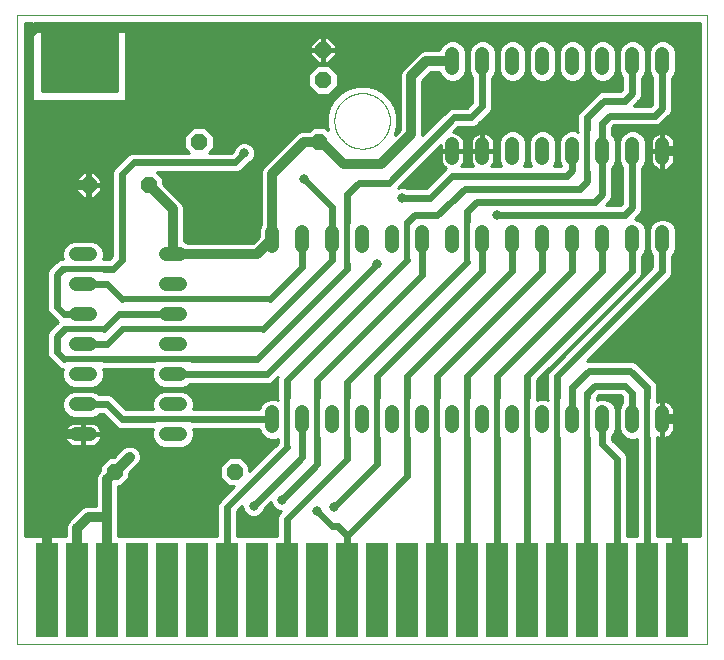
<source format=gtl>
G75*
%MOIN*%
%OFA0B0*%
%FSLAX24Y24*%
%IPPOS*%
%LPD*%
%AMOC8*
5,1,8,0,0,1.08239X$1,22.5*
%
%ADD10C,0.0000*%
%ADD11OC8,0.0560*%
%ADD12C,0.0480*%
%ADD13R,0.0748X0.3150*%
%ADD14C,0.0320*%
%ADD15C,0.0100*%
%ADD16C,0.0317*%
%ADD17C,0.0240*%
%ADD18C,0.0200*%
D10*
X000100Y000100D02*
X000100Y021060D01*
X023100Y021060D01*
X023100Y000100D01*
X000100Y000100D01*
X010671Y017547D02*
X010673Y017607D01*
X010679Y017668D01*
X010689Y017727D01*
X010703Y017786D01*
X010720Y017844D01*
X010741Y017901D01*
X010766Y017956D01*
X010795Y018009D01*
X010827Y018061D01*
X010862Y018110D01*
X010901Y018157D01*
X010942Y018201D01*
X010986Y018242D01*
X011033Y018281D01*
X011082Y018316D01*
X011133Y018348D01*
X011187Y018377D01*
X011242Y018402D01*
X011299Y018423D01*
X011357Y018440D01*
X011416Y018454D01*
X011475Y018464D01*
X011536Y018470D01*
X011596Y018472D01*
X011656Y018470D01*
X011717Y018464D01*
X011776Y018454D01*
X011835Y018440D01*
X011893Y018423D01*
X011950Y018402D01*
X012005Y018377D01*
X012058Y018348D01*
X012110Y018316D01*
X012159Y018281D01*
X012206Y018242D01*
X012250Y018201D01*
X012291Y018157D01*
X012330Y018110D01*
X012365Y018061D01*
X012397Y018010D01*
X012426Y017956D01*
X012451Y017901D01*
X012472Y017844D01*
X012489Y017786D01*
X012503Y017727D01*
X012513Y017668D01*
X012519Y017607D01*
X012521Y017547D01*
X012519Y017487D01*
X012513Y017426D01*
X012503Y017367D01*
X012489Y017308D01*
X012472Y017250D01*
X012451Y017193D01*
X012426Y017138D01*
X012397Y017085D01*
X012365Y017033D01*
X012330Y016984D01*
X012291Y016937D01*
X012250Y016893D01*
X012206Y016852D01*
X012159Y016813D01*
X012110Y016778D01*
X012059Y016746D01*
X012005Y016717D01*
X011950Y016692D01*
X011893Y016671D01*
X011835Y016654D01*
X011776Y016640D01*
X011717Y016630D01*
X011656Y016624D01*
X011596Y016622D01*
X011536Y016624D01*
X011475Y016630D01*
X011416Y016640D01*
X011357Y016654D01*
X011299Y016671D01*
X011242Y016692D01*
X011187Y016717D01*
X011134Y016746D01*
X011082Y016778D01*
X011033Y016813D01*
X010986Y016852D01*
X010942Y016893D01*
X010901Y016937D01*
X010862Y016984D01*
X010827Y017033D01*
X010795Y017084D01*
X010766Y017138D01*
X010741Y017193D01*
X010720Y017250D01*
X010703Y017308D01*
X010689Y017367D01*
X010679Y017426D01*
X010673Y017487D01*
X010671Y017547D01*
D11*
X010163Y016850D03*
X010288Y018913D03*
X010288Y019913D03*
X006163Y016850D03*
X004475Y015413D03*
X002475Y015413D03*
X003350Y005850D03*
X007350Y005850D03*
D12*
X008600Y007360D02*
X008600Y007840D01*
X009600Y007840D02*
X009600Y007360D01*
X010600Y007360D02*
X010600Y007840D01*
X011600Y007840D02*
X011600Y007360D01*
X012600Y007360D02*
X012600Y007840D01*
X013600Y007840D02*
X013600Y007360D01*
X014600Y007360D02*
X014600Y007840D01*
X015600Y007840D02*
X015600Y007360D01*
X016600Y007360D02*
X016600Y007840D01*
X017600Y007840D02*
X017600Y007360D01*
X018600Y007360D02*
X018600Y007840D01*
X019600Y007840D02*
X019600Y007360D01*
X020600Y007360D02*
X020600Y007840D01*
X021600Y007840D02*
X021600Y007360D01*
X021600Y013360D02*
X021600Y013840D01*
X020600Y013840D02*
X020600Y013360D01*
X019600Y013360D02*
X019600Y013840D01*
X018600Y013840D02*
X018600Y013360D01*
X017600Y013360D02*
X017600Y013840D01*
X016600Y013840D02*
X016600Y013360D01*
X015600Y013360D02*
X015600Y013840D01*
X014600Y013840D02*
X014600Y013360D01*
X013600Y013360D02*
X013600Y013840D01*
X012600Y013840D02*
X012600Y013360D01*
X011600Y013360D02*
X011600Y013840D01*
X010600Y013840D02*
X010600Y013360D01*
X009600Y013360D02*
X009600Y013840D01*
X008600Y013840D02*
X008600Y013360D01*
X005528Y013100D02*
X005048Y013100D01*
X005048Y012100D02*
X005528Y012100D01*
X005528Y011100D02*
X005048Y011100D01*
X005048Y010100D02*
X005528Y010100D01*
X005528Y009100D02*
X005048Y009100D01*
X005048Y008100D02*
X005528Y008100D01*
X005528Y007100D02*
X005048Y007100D01*
X002528Y007100D02*
X002048Y007100D01*
X002048Y008100D02*
X002528Y008100D01*
X002528Y009100D02*
X002048Y009100D01*
X002048Y010100D02*
X002528Y010100D01*
X002528Y011100D02*
X002048Y011100D01*
X002048Y012100D02*
X002528Y012100D01*
X002528Y013100D02*
X002048Y013100D01*
X014600Y016298D02*
X014600Y016778D01*
X015600Y016778D02*
X015600Y016298D01*
X016600Y016298D02*
X016600Y016778D01*
X017600Y016778D02*
X017600Y016298D01*
X018600Y016298D02*
X018600Y016778D01*
X019600Y016778D02*
X019600Y016298D01*
X020600Y016298D02*
X020600Y016778D01*
X021600Y016778D02*
X021600Y016298D01*
X021600Y019298D02*
X021600Y019778D01*
X020600Y019778D02*
X020600Y019298D01*
X019600Y019298D02*
X019600Y019778D01*
X018600Y019778D02*
X018600Y019298D01*
X017600Y019298D02*
X017600Y019778D01*
X016600Y019778D02*
X016600Y019298D01*
X015600Y019298D02*
X015600Y019778D01*
X014600Y019778D02*
X014600Y019298D01*
D13*
X014100Y001913D03*
X013100Y001913D03*
X012100Y001913D03*
X011100Y001913D03*
X010100Y001913D03*
X009100Y001913D03*
X008100Y001913D03*
X007100Y001913D03*
X006100Y001913D03*
X005100Y001913D03*
X004100Y001913D03*
X003100Y001913D03*
X002100Y001913D03*
X001100Y001913D03*
X015100Y001913D03*
X016100Y001913D03*
X017100Y001913D03*
X018100Y001913D03*
X019100Y001913D03*
X020100Y001913D03*
X021100Y001913D03*
X022100Y001913D03*
D14*
X022100Y003850D01*
X022725Y004475D01*
X022725Y007350D01*
X022475Y007600D01*
X021600Y007600D01*
X022725Y007350D02*
X022725Y016350D01*
X022538Y016538D01*
X021600Y016538D01*
X022725Y016350D02*
X022725Y020413D01*
X022475Y020663D01*
X000725Y020663D01*
X000475Y020413D01*
X000475Y015163D01*
X000725Y015413D01*
X002475Y015413D01*
X000475Y015163D02*
X000475Y006788D01*
X000788Y007100D01*
X002288Y007100D01*
X003350Y005850D02*
X003850Y006350D01*
X003350Y005850D02*
X003100Y005600D01*
X003100Y004350D01*
X002475Y004350D01*
X002100Y003975D01*
X002100Y001913D01*
X003100Y001913D02*
X003100Y004350D01*
X001100Y003850D02*
X000475Y004475D01*
X000475Y006788D01*
X001100Y003850D02*
X001100Y001913D01*
X005288Y013100D02*
X005288Y014600D01*
X004475Y015413D01*
X005288Y013100D02*
X008100Y013100D01*
X008600Y013600D01*
X008600Y015788D01*
X009663Y016850D01*
X010163Y016850D01*
X010225Y016850D01*
X010975Y016100D01*
X012225Y016100D01*
X013225Y017100D01*
X013225Y019038D01*
X013725Y019538D01*
X014600Y019538D01*
D15*
X015050Y019505D02*
X015150Y019505D01*
X015150Y019603D02*
X015050Y019603D01*
X015050Y019702D02*
X015150Y019702D01*
X015150Y019800D02*
X015050Y019800D01*
X015050Y019867D02*
X014981Y020032D01*
X014855Y020159D01*
X014690Y020227D01*
X014510Y020227D01*
X014345Y020159D01*
X014219Y020032D01*
X014167Y019907D01*
X013651Y019907D01*
X013515Y019851D01*
X012911Y019247D01*
X012855Y019111D01*
X012855Y017253D01*
X012686Y017084D01*
X012691Y017093D01*
X012771Y017392D01*
X012771Y017702D01*
X012691Y018000D01*
X012536Y018268D01*
X012318Y018487D01*
X012050Y018642D01*
X011751Y018722D01*
X011441Y018722D01*
X011142Y018642D01*
X010874Y018487D01*
X010656Y018268D01*
X010501Y018000D01*
X010421Y017702D01*
X010421Y017392D01*
X010460Y017245D01*
X010365Y017340D01*
X009960Y017340D01*
X009840Y017220D01*
X009589Y017220D01*
X009453Y017164D01*
X009349Y017060D01*
X008286Y015997D01*
X008230Y015861D01*
X008230Y014106D01*
X008219Y014095D01*
X008150Y013930D01*
X008150Y013673D01*
X007947Y013470D01*
X005794Y013470D01*
X005782Y013481D01*
X005657Y013533D01*
X005657Y014674D01*
X005601Y014810D01*
X005497Y014914D01*
X004965Y015446D01*
X004965Y015615D01*
X004748Y015833D01*
X007416Y015833D01*
X007537Y015883D01*
X007778Y016124D01*
X007871Y016163D01*
X007975Y016266D01*
X008031Y016402D01*
X008031Y016548D01*
X007975Y016684D01*
X007871Y016787D01*
X007736Y016843D01*
X007589Y016843D01*
X007454Y016787D01*
X007350Y016684D01*
X007312Y016591D01*
X007213Y016492D01*
X006498Y016492D01*
X006652Y016647D01*
X006652Y017053D01*
X006365Y017340D01*
X005960Y017340D01*
X005673Y017053D01*
X005673Y016647D01*
X005827Y016492D01*
X003909Y016492D01*
X003788Y016442D01*
X003320Y015974D01*
X003270Y015853D01*
X003270Y013049D01*
X003151Y012930D01*
X002944Y012930D01*
X002977Y013010D01*
X002977Y013190D01*
X002909Y013355D01*
X002782Y013481D01*
X002617Y013550D01*
X001958Y013550D01*
X001793Y013481D01*
X001666Y013355D01*
X001598Y013190D01*
X001598Y013010D01*
X001631Y012930D01*
X001534Y012930D01*
X001413Y012880D01*
X001133Y012599D01*
X001083Y012478D01*
X001083Y011284D01*
X001133Y011163D01*
X001226Y011070D01*
X001446Y010850D01*
X001133Y010537D01*
X001083Y010416D01*
X001083Y009784D01*
X001133Y009663D01*
X001226Y009570D01*
X001476Y009320D01*
X001597Y009270D01*
X001631Y009270D01*
X001598Y009190D01*
X001598Y009010D01*
X001666Y008845D01*
X001793Y008719D01*
X001958Y008650D01*
X002617Y008650D01*
X002782Y008719D01*
X002909Y008845D01*
X002977Y009010D01*
X002977Y009190D01*
X002944Y009270D01*
X004631Y009270D01*
X004598Y009190D01*
X004598Y009010D01*
X004666Y008845D01*
X004793Y008719D01*
X004958Y008650D01*
X005617Y008650D01*
X005782Y008719D01*
X005834Y008770D01*
X008478Y008770D01*
X008599Y008820D01*
X008779Y009000D01*
X008770Y008978D01*
X008770Y008284D01*
X008784Y008251D01*
X008690Y008290D01*
X008510Y008290D01*
X008345Y008221D01*
X008219Y008095D01*
X008150Y007930D01*
X005944Y007930D01*
X005977Y008010D01*
X005977Y008190D01*
X005909Y008355D01*
X005782Y008481D01*
X005617Y008550D01*
X004958Y008550D01*
X004793Y008481D01*
X004666Y008355D01*
X004598Y008190D01*
X004598Y008010D01*
X004631Y007930D01*
X003737Y007930D01*
X003380Y008287D01*
X003287Y008380D01*
X003166Y008430D01*
X002834Y008430D01*
X002782Y008481D01*
X002617Y008550D01*
X001958Y008550D01*
X001793Y008481D01*
X001666Y008355D01*
X001598Y008190D01*
X001598Y008010D01*
X001666Y007845D01*
X001793Y007719D01*
X001958Y007650D01*
X002617Y007650D01*
X002782Y007719D01*
X002834Y007770D01*
X002963Y007770D01*
X003320Y007413D01*
X003413Y007320D01*
X003534Y007270D01*
X004631Y007270D01*
X004598Y007190D01*
X004598Y007010D01*
X004666Y006845D01*
X004793Y006719D01*
X004958Y006650D01*
X005617Y006650D01*
X005782Y006719D01*
X005909Y006845D01*
X005977Y007010D01*
X005977Y007190D01*
X005944Y007270D01*
X008150Y007270D01*
X008219Y007105D01*
X008345Y006979D01*
X008510Y006910D01*
X008690Y006910D01*
X008790Y006952D01*
X008790Y006819D01*
X007840Y005869D01*
X007840Y006053D01*
X007553Y006340D01*
X007147Y006340D01*
X006860Y006053D01*
X006860Y005647D01*
X007147Y005360D01*
X007331Y005360D01*
X006820Y004849D01*
X006770Y004728D01*
X006770Y003725D01*
X003470Y003725D01*
X003470Y005360D01*
X003553Y005360D01*
X003840Y005647D01*
X003840Y005817D01*
X004164Y006140D01*
X004220Y006276D01*
X004220Y006424D01*
X004164Y006560D01*
X004060Y006664D01*
X003924Y006720D01*
X003776Y006720D01*
X003640Y006664D01*
X003317Y006340D01*
X003147Y006340D01*
X002860Y006053D01*
X002860Y005883D01*
X002786Y005810D01*
X002730Y005674D01*
X002730Y004720D01*
X002401Y004720D01*
X002265Y004664D01*
X002161Y004560D01*
X001786Y004185D01*
X001730Y004049D01*
X001730Y003725D01*
X000350Y003725D01*
X000350Y020810D01*
X000600Y020810D01*
X000600Y018225D01*
X003725Y018225D01*
X003725Y020538D01*
X000663Y020538D01*
X000663Y020810D01*
X022850Y020810D01*
X022850Y003725D01*
X021430Y003725D01*
X021430Y007008D01*
X021486Y006985D01*
X021562Y006970D01*
X021570Y006970D01*
X021570Y007570D01*
X021630Y007570D01*
X021630Y007630D01*
X021570Y007630D01*
X021570Y008230D01*
X021562Y008230D01*
X021486Y008215D01*
X021415Y008186D01*
X021410Y008182D01*
X021410Y008236D01*
X021430Y008284D01*
X021430Y008728D01*
X021380Y008849D01*
X021287Y008942D01*
X020724Y009505D01*
X020603Y009555D01*
X019097Y009555D01*
X019075Y009546D01*
X021880Y012351D01*
X021930Y012472D01*
X021930Y013054D01*
X021981Y013105D01*
X022050Y013270D01*
X022050Y013930D01*
X021981Y014095D01*
X021855Y014221D01*
X021690Y014290D01*
X021510Y014290D01*
X021345Y014221D01*
X021219Y014095D01*
X021150Y013930D01*
X021150Y013270D01*
X021219Y013105D01*
X021270Y013054D01*
X021270Y012674D01*
X017913Y009317D01*
X017820Y009224D01*
X017770Y009103D01*
X017770Y008284D01*
X017784Y008251D01*
X017690Y008290D01*
X017510Y008290D01*
X017416Y008251D01*
X017430Y008284D01*
X017430Y008901D01*
X020880Y012351D01*
X020930Y012472D01*
X020930Y013054D01*
X020981Y013105D01*
X021050Y013270D01*
X021050Y013930D01*
X020981Y014095D01*
X020855Y014221D01*
X020693Y014289D01*
X020880Y014476D01*
X020930Y014597D01*
X020930Y015991D01*
X020981Y016043D01*
X021050Y016208D01*
X021050Y016867D01*
X020981Y017032D01*
X020855Y017159D01*
X020690Y017227D01*
X020510Y017227D01*
X020345Y017159D01*
X020219Y017032D01*
X020150Y016867D01*
X020150Y016208D01*
X020219Y016043D01*
X020270Y015991D01*
X020270Y014799D01*
X020213Y014742D01*
X019709Y014742D01*
X019787Y014820D01*
X019880Y014913D01*
X019930Y015034D01*
X019930Y015991D01*
X019981Y016043D01*
X020050Y016208D01*
X020050Y016867D01*
X019981Y017032D01*
X019930Y017084D01*
X019930Y017338D01*
X019987Y017395D01*
X021416Y017395D01*
X021537Y017445D01*
X021630Y017538D01*
X021787Y017695D01*
X021880Y017788D01*
X021930Y017909D01*
X021930Y018991D01*
X021981Y019043D01*
X022050Y019208D01*
X022050Y019867D01*
X021981Y020032D01*
X021855Y020159D01*
X021690Y020227D01*
X021510Y020227D01*
X021345Y020159D01*
X021219Y020032D01*
X021150Y019867D01*
X021150Y019208D01*
X021219Y019043D01*
X021270Y018991D01*
X021270Y018112D01*
X021213Y018055D01*
X020647Y018055D01*
X020787Y018195D01*
X020880Y018288D01*
X020930Y018409D01*
X020930Y018991D01*
X020981Y019043D01*
X021050Y019208D01*
X021050Y019867D01*
X020981Y020032D01*
X020855Y020159D01*
X020690Y020227D01*
X020510Y020227D01*
X020345Y020159D01*
X020219Y020032D01*
X020150Y019867D01*
X020150Y019208D01*
X020219Y019043D01*
X020270Y018991D01*
X020270Y018612D01*
X020213Y018555D01*
X019597Y018555D01*
X019476Y018505D01*
X019383Y018412D01*
X018913Y017942D01*
X018820Y017849D01*
X018770Y017728D01*
X018770Y017222D01*
X018784Y017188D01*
X018690Y017227D01*
X018510Y017227D01*
X018345Y017159D01*
X018219Y017032D01*
X018150Y016867D01*
X018150Y016208D01*
X018213Y016055D01*
X017987Y016055D01*
X018050Y016208D01*
X018050Y016867D01*
X017981Y017032D01*
X017855Y017159D01*
X017690Y017227D01*
X017510Y017227D01*
X017345Y017159D01*
X017219Y017032D01*
X017150Y016867D01*
X017150Y016208D01*
X017213Y016055D01*
X016987Y016055D01*
X017050Y016208D01*
X017050Y016867D01*
X016981Y017032D01*
X016855Y017159D01*
X016690Y017227D01*
X016510Y017227D01*
X016345Y017159D01*
X016219Y017032D01*
X016150Y016867D01*
X016150Y016208D01*
X016213Y016055D01*
X015907Y016055D01*
X015946Y016113D01*
X015975Y016184D01*
X015990Y016259D01*
X015990Y016507D01*
X015630Y016507D01*
X015630Y016568D01*
X015570Y016568D01*
X015570Y017167D01*
X015562Y017167D01*
X015486Y017153D01*
X015415Y017123D01*
X015351Y017080D01*
X015297Y017026D01*
X015254Y016962D01*
X015225Y016891D01*
X015210Y016816D01*
X015210Y016568D01*
X015570Y016568D01*
X015570Y016507D01*
X015210Y016507D01*
X015210Y016259D01*
X015225Y016184D01*
X015254Y016113D01*
X015293Y016055D01*
X014907Y016055D01*
X014946Y016113D01*
X014975Y016184D01*
X014990Y016259D01*
X014990Y016507D01*
X014630Y016507D01*
X014630Y016568D01*
X014990Y016568D01*
X014990Y016816D01*
X014975Y016891D01*
X014946Y016962D01*
X014903Y017026D01*
X014849Y017080D01*
X014785Y017123D01*
X014714Y017153D01*
X014638Y017167D01*
X014634Y017167D01*
X014799Y017333D01*
X015291Y017333D01*
X015412Y017383D01*
X015505Y017476D01*
X015880Y017851D01*
X015930Y017972D01*
X015930Y018991D01*
X015981Y019043D01*
X016050Y019208D01*
X016050Y019867D01*
X015981Y020032D01*
X015855Y020159D01*
X015690Y020227D01*
X015510Y020227D01*
X015345Y020159D01*
X015219Y020032D01*
X015150Y019867D01*
X015150Y019208D01*
X015219Y019043D01*
X015270Y018991D01*
X015270Y018174D01*
X015088Y017992D01*
X014597Y017992D01*
X014476Y017942D01*
X014383Y017849D01*
X013595Y017062D01*
X013595Y018884D01*
X013878Y019168D01*
X014167Y019168D01*
X014219Y019043D01*
X014345Y018916D01*
X014510Y018848D01*
X014690Y018848D01*
X014855Y018916D01*
X014981Y019043D01*
X015050Y019208D01*
X015050Y019867D01*
X015037Y019899D02*
X015163Y019899D01*
X015204Y019997D02*
X014996Y019997D01*
X014918Y020096D02*
X015282Y020096D01*
X015430Y020194D02*
X014770Y020194D01*
X014430Y020194D02*
X010614Y020194D01*
X010516Y020293D02*
X022850Y020293D01*
X022850Y020391D02*
X003725Y020391D01*
X003725Y020293D02*
X010059Y020293D01*
X010109Y020342D02*
X009858Y020091D01*
X009858Y019943D01*
X010257Y019943D01*
X010257Y020342D01*
X010109Y020342D01*
X010257Y020293D02*
X010318Y020293D01*
X010318Y020342D02*
X010318Y019943D01*
X010257Y019943D01*
X010257Y019882D01*
X009858Y019882D01*
X009858Y019734D01*
X010109Y019483D01*
X010257Y019482D01*
X010257Y019882D01*
X010318Y019882D01*
X010318Y019943D01*
X010717Y019943D01*
X010717Y020091D01*
X010466Y020342D01*
X010318Y020342D01*
X010318Y020194D02*
X010257Y020194D01*
X010257Y020096D02*
X010318Y020096D01*
X010318Y019997D02*
X010257Y019997D01*
X010257Y019899D02*
X003725Y019899D01*
X003725Y019997D02*
X009858Y019997D01*
X009862Y020096D02*
X003725Y020096D01*
X003725Y020194D02*
X009961Y020194D01*
X009858Y019800D02*
X003725Y019800D01*
X003725Y019702D02*
X009890Y019702D01*
X009989Y019603D02*
X003725Y019603D01*
X003725Y019505D02*
X010087Y019505D01*
X010085Y019402D02*
X009798Y019115D01*
X009798Y018710D01*
X010085Y018423D01*
X010490Y018423D01*
X010777Y018710D01*
X010777Y019115D01*
X010490Y019402D01*
X010085Y019402D01*
X009990Y019308D02*
X003725Y019308D01*
X003725Y019406D02*
X013070Y019406D01*
X012972Y019308D02*
X010585Y019308D01*
X010684Y019209D02*
X012896Y019209D01*
X012855Y019111D02*
X010777Y019111D01*
X010777Y019012D02*
X012855Y019012D01*
X012855Y018914D02*
X010777Y018914D01*
X010777Y018815D02*
X012855Y018815D01*
X012855Y018717D02*
X011771Y018717D01*
X011421Y018717D02*
X010777Y018717D01*
X010686Y018618D02*
X011101Y018618D01*
X010930Y018520D02*
X010588Y018520D01*
X010710Y018323D02*
X003725Y018323D01*
X003725Y018421D02*
X010808Y018421D01*
X010630Y018224D02*
X000350Y018224D01*
X000350Y018126D02*
X010573Y018126D01*
X010516Y018027D02*
X000350Y018027D01*
X000350Y017929D02*
X010482Y017929D01*
X010455Y017830D02*
X000350Y017830D01*
X000350Y017732D02*
X010429Y017732D01*
X010421Y017633D02*
X000350Y017633D01*
X000350Y017535D02*
X010421Y017535D01*
X010421Y017436D02*
X000350Y017436D01*
X000350Y017338D02*
X005957Y017338D01*
X005859Y017239D02*
X000350Y017239D01*
X000350Y017141D02*
X005760Y017141D01*
X005673Y017042D02*
X000350Y017042D01*
X000350Y016944D02*
X005673Y016944D01*
X005673Y016845D02*
X000350Y016845D01*
X000350Y016747D02*
X005673Y016747D01*
X005673Y016648D02*
X000350Y016648D01*
X000350Y016550D02*
X005770Y016550D01*
X006466Y017239D02*
X009859Y017239D01*
X009957Y017338D02*
X006368Y017338D01*
X006565Y017141D02*
X009430Y017141D01*
X009331Y017042D02*
X006652Y017042D01*
X006652Y016944D02*
X009233Y016944D01*
X009134Y016845D02*
X006652Y016845D01*
X006652Y016747D02*
X007413Y016747D01*
X007335Y016648D02*
X006652Y016648D01*
X006555Y016550D02*
X007270Y016550D01*
X007854Y016156D02*
X008445Y016156D01*
X008543Y016254D02*
X007963Y016254D01*
X008011Y016353D02*
X008642Y016353D01*
X008740Y016451D02*
X008031Y016451D01*
X008030Y016550D02*
X008839Y016550D01*
X008937Y016648D02*
X007990Y016648D01*
X007912Y016747D02*
X009036Y016747D01*
X008346Y016057D02*
X007711Y016057D01*
X007613Y015959D02*
X008270Y015959D01*
X008230Y015860D02*
X007482Y015860D01*
X008230Y015762D02*
X004819Y015762D01*
X004917Y015663D02*
X008230Y015663D01*
X008230Y015565D02*
X004965Y015565D01*
X004965Y015466D02*
X008230Y015466D01*
X008230Y015368D02*
X005043Y015368D01*
X005142Y015269D02*
X008230Y015269D01*
X008230Y015171D02*
X005240Y015171D01*
X005339Y015072D02*
X008230Y015072D01*
X008230Y014974D02*
X005437Y014974D01*
X005536Y014875D02*
X008230Y014875D01*
X008230Y014777D02*
X005615Y014777D01*
X005656Y014678D02*
X008230Y014678D01*
X008230Y014580D02*
X005657Y014580D01*
X005657Y014481D02*
X008230Y014481D01*
X008230Y014383D02*
X005657Y014383D01*
X005657Y014284D02*
X008230Y014284D01*
X008230Y014186D02*
X005657Y014186D01*
X005657Y014087D02*
X008215Y014087D01*
X008174Y013989D02*
X005657Y013989D01*
X005657Y013890D02*
X008150Y013890D01*
X008150Y013792D02*
X005657Y013792D01*
X005657Y013693D02*
X008150Y013693D01*
X008071Y013595D02*
X005657Y013595D01*
X005747Y013496D02*
X007973Y013496D01*
X010368Y017338D02*
X010435Y017338D01*
X009987Y018520D02*
X003725Y018520D01*
X003725Y018618D02*
X009889Y018618D01*
X009798Y018717D02*
X003725Y018717D01*
X003725Y018815D02*
X009798Y018815D01*
X009798Y018914D02*
X003725Y018914D01*
X003725Y019012D02*
X009798Y019012D01*
X009798Y019111D02*
X003725Y019111D01*
X003725Y019209D02*
X009891Y019209D01*
X010257Y019505D02*
X010318Y019505D01*
X010318Y019483D02*
X010466Y019483D01*
X010717Y019734D01*
X010717Y019882D01*
X010318Y019882D01*
X010318Y019483D01*
X010318Y019603D02*
X010257Y019603D01*
X010257Y019702D02*
X010318Y019702D01*
X010318Y019800D02*
X010257Y019800D01*
X010318Y019899D02*
X013630Y019899D01*
X013464Y019800D02*
X010717Y019800D01*
X010685Y019702D02*
X013366Y019702D01*
X013267Y019603D02*
X010586Y019603D01*
X010488Y019505D02*
X013169Y019505D01*
X013723Y019012D02*
X014249Y019012D01*
X014190Y019111D02*
X013821Y019111D01*
X013624Y018914D02*
X014351Y018914D01*
X014849Y018914D02*
X015270Y018914D01*
X015270Y018815D02*
X013595Y018815D01*
X013595Y018717D02*
X015270Y018717D01*
X015270Y018618D02*
X013595Y018618D01*
X013595Y018520D02*
X015270Y018520D01*
X015270Y018421D02*
X013595Y018421D01*
X013595Y018323D02*
X015270Y018323D01*
X015270Y018224D02*
X013595Y018224D01*
X013595Y018126D02*
X015221Y018126D01*
X015123Y018027D02*
X013595Y018027D01*
X013595Y017929D02*
X014462Y017929D01*
X014363Y017830D02*
X013595Y017830D01*
X013595Y017732D02*
X014265Y017732D01*
X014166Y017633D02*
X013595Y017633D01*
X013595Y017535D02*
X014068Y017535D01*
X013969Y017436D02*
X013595Y017436D01*
X013595Y017338D02*
X013871Y017338D01*
X013772Y017239D02*
X013595Y017239D01*
X013595Y017141D02*
X013674Y017141D01*
X014115Y016648D02*
X014210Y016648D01*
X014210Y016568D02*
X014570Y016568D01*
X014570Y016507D01*
X014210Y016507D01*
X014210Y016259D01*
X014225Y016184D01*
X014254Y016113D01*
X014297Y016049D01*
X014351Y015995D01*
X014382Y015974D01*
X013713Y015305D01*
X013079Y015305D01*
X012986Y015343D01*
X012839Y015343D01*
X012790Y015323D01*
X014210Y016743D01*
X014210Y016568D01*
X014210Y016451D02*
X013918Y016451D01*
X014016Y016550D02*
X014570Y016550D01*
X014630Y016550D02*
X015570Y016550D01*
X015630Y016550D02*
X016150Y016550D01*
X016150Y016648D02*
X015990Y016648D01*
X015990Y016568D02*
X015990Y016816D01*
X015975Y016891D01*
X015946Y016962D01*
X015903Y017026D01*
X015849Y017080D01*
X015785Y017123D01*
X015714Y017153D01*
X015638Y017167D01*
X015630Y017167D01*
X015630Y016568D01*
X015990Y016568D01*
X015990Y016451D02*
X016150Y016451D01*
X016150Y016353D02*
X015990Y016353D01*
X015989Y016254D02*
X016150Y016254D01*
X016172Y016156D02*
X015963Y016156D01*
X015908Y016057D02*
X016213Y016057D01*
X015630Y016648D02*
X015570Y016648D01*
X015570Y016747D02*
X015630Y016747D01*
X015630Y016845D02*
X015570Y016845D01*
X015570Y016944D02*
X015630Y016944D01*
X015630Y017042D02*
X015570Y017042D01*
X015570Y017141D02*
X015630Y017141D01*
X015743Y017141D02*
X016327Y017141D01*
X016228Y017042D02*
X015887Y017042D01*
X015953Y016944D02*
X016182Y016944D01*
X016150Y016845D02*
X015984Y016845D01*
X015990Y016747D02*
X016150Y016747D01*
X015457Y017141D02*
X014743Y017141D01*
X014706Y017239D02*
X018770Y017239D01*
X018770Y017338D02*
X015303Y017338D01*
X015465Y017436D02*
X018770Y017436D01*
X018770Y017535D02*
X015564Y017535D01*
X015505Y017476D02*
X015505Y017476D01*
X015662Y017633D02*
X018770Y017633D01*
X018771Y017732D02*
X015761Y017732D01*
X015859Y017830D02*
X018812Y017830D01*
X018899Y017929D02*
X015912Y017929D01*
X015930Y018027D02*
X018998Y018027D01*
X019096Y018126D02*
X015930Y018126D01*
X015930Y018224D02*
X019195Y018224D01*
X019293Y018323D02*
X015930Y018323D01*
X015930Y018421D02*
X019392Y018421D01*
X019511Y018520D02*
X015930Y018520D01*
X015930Y018618D02*
X020270Y018618D01*
X020270Y018717D02*
X015930Y018717D01*
X015930Y018815D02*
X020270Y018815D01*
X020270Y018914D02*
X019849Y018914D01*
X019855Y018916D02*
X019981Y019043D01*
X020050Y019208D01*
X020050Y019867D01*
X019981Y020032D01*
X019855Y020159D01*
X019690Y020227D01*
X019510Y020227D01*
X019345Y020159D01*
X019219Y020032D01*
X019150Y019867D01*
X019150Y019208D01*
X019219Y019043D01*
X019345Y018916D01*
X019510Y018848D01*
X019690Y018848D01*
X019855Y018916D01*
X019951Y019012D02*
X020249Y019012D01*
X020190Y019111D02*
X020010Y019111D01*
X020050Y019209D02*
X020150Y019209D01*
X020150Y019308D02*
X020050Y019308D01*
X020050Y019406D02*
X020150Y019406D01*
X020150Y019505D02*
X020050Y019505D01*
X020050Y019603D02*
X020150Y019603D01*
X020150Y019702D02*
X020050Y019702D01*
X020050Y019800D02*
X020150Y019800D01*
X020163Y019899D02*
X020037Y019899D01*
X019996Y019997D02*
X020204Y019997D01*
X020282Y020096D02*
X019918Y020096D01*
X019770Y020194D02*
X020430Y020194D01*
X020770Y020194D02*
X021430Y020194D01*
X021282Y020096D02*
X020918Y020096D01*
X020996Y019997D02*
X021204Y019997D01*
X021163Y019899D02*
X021037Y019899D01*
X021050Y019800D02*
X021150Y019800D01*
X021150Y019702D02*
X021050Y019702D01*
X021050Y019603D02*
X021150Y019603D01*
X021150Y019505D02*
X021050Y019505D01*
X021050Y019406D02*
X021150Y019406D01*
X021150Y019308D02*
X021050Y019308D01*
X021050Y019209D02*
X021150Y019209D01*
X021190Y019111D02*
X021010Y019111D01*
X020951Y019012D02*
X021249Y019012D01*
X021270Y018914D02*
X020930Y018914D01*
X020930Y018815D02*
X021270Y018815D01*
X021270Y018717D02*
X020930Y018717D01*
X020930Y018618D02*
X021270Y018618D01*
X021270Y018520D02*
X020930Y018520D01*
X020930Y018421D02*
X021270Y018421D01*
X021270Y018323D02*
X020894Y018323D01*
X020816Y018224D02*
X021270Y018224D01*
X021270Y018126D02*
X020717Y018126D01*
X021515Y017436D02*
X022850Y017436D01*
X022850Y017338D02*
X019930Y017338D01*
X019930Y017239D02*
X022850Y017239D01*
X022850Y017141D02*
X021743Y017141D01*
X021714Y017153D02*
X021638Y017167D01*
X021630Y017167D01*
X021630Y016568D01*
X021570Y016568D01*
X021570Y017167D01*
X021562Y017167D01*
X021486Y017153D01*
X021415Y017123D01*
X021351Y017080D01*
X021297Y017026D01*
X021254Y016962D01*
X021225Y016891D01*
X021210Y016816D01*
X021210Y016568D01*
X021570Y016568D01*
X021570Y016507D01*
X021630Y016507D01*
X021630Y015908D01*
X021638Y015908D01*
X021714Y015922D01*
X021785Y015952D01*
X021849Y015995D01*
X021903Y016049D01*
X021946Y016113D01*
X021975Y016184D01*
X021990Y016259D01*
X021990Y016507D01*
X021630Y016507D01*
X021630Y016568D01*
X021990Y016568D01*
X021990Y016816D01*
X021975Y016891D01*
X021946Y016962D01*
X021903Y017026D01*
X021849Y017080D01*
X021785Y017123D01*
X021714Y017153D01*
X021630Y017141D02*
X021570Y017141D01*
X021570Y017042D02*
X021630Y017042D01*
X021630Y016944D02*
X021570Y016944D01*
X021570Y016845D02*
X021630Y016845D01*
X021630Y016747D02*
X021570Y016747D01*
X021570Y016648D02*
X021630Y016648D01*
X021630Y016550D02*
X022850Y016550D01*
X022850Y016648D02*
X021990Y016648D01*
X021990Y016747D02*
X022850Y016747D01*
X022850Y016845D02*
X021984Y016845D01*
X021953Y016944D02*
X022850Y016944D01*
X022850Y017042D02*
X021887Y017042D01*
X021457Y017141D02*
X020873Y017141D01*
X020972Y017042D02*
X021313Y017042D01*
X021247Y016944D02*
X021018Y016944D01*
X021050Y016845D02*
X021216Y016845D01*
X021210Y016747D02*
X021050Y016747D01*
X021050Y016648D02*
X021210Y016648D01*
X021210Y016507D02*
X021210Y016259D01*
X021225Y016184D01*
X021254Y016113D01*
X021297Y016049D01*
X021351Y015995D01*
X021415Y015952D01*
X021486Y015922D01*
X021562Y015908D01*
X021570Y015908D01*
X021570Y016507D01*
X021210Y016507D01*
X021210Y016451D02*
X021050Y016451D01*
X021050Y016353D02*
X021210Y016353D01*
X021211Y016254D02*
X021050Y016254D01*
X021028Y016156D02*
X021237Y016156D01*
X021292Y016057D02*
X020987Y016057D01*
X020930Y015959D02*
X021405Y015959D01*
X021570Y015959D02*
X021630Y015959D01*
X021630Y016057D02*
X021570Y016057D01*
X021570Y016156D02*
X021630Y016156D01*
X021630Y016254D02*
X021570Y016254D01*
X021570Y016353D02*
X021630Y016353D01*
X021630Y016451D02*
X021570Y016451D01*
X021570Y016550D02*
X021050Y016550D01*
X020327Y017141D02*
X019930Y017141D01*
X019972Y017042D02*
X020228Y017042D01*
X020182Y016944D02*
X020018Y016944D01*
X020050Y016845D02*
X020150Y016845D01*
X020150Y016747D02*
X020050Y016747D01*
X020050Y016648D02*
X020150Y016648D01*
X020150Y016550D02*
X020050Y016550D01*
X020050Y016451D02*
X020150Y016451D01*
X020150Y016353D02*
X020050Y016353D01*
X020050Y016254D02*
X020150Y016254D01*
X020172Y016156D02*
X020028Y016156D01*
X019987Y016057D02*
X020213Y016057D01*
X020270Y015959D02*
X019930Y015959D01*
X019930Y015860D02*
X020270Y015860D01*
X020270Y015762D02*
X019930Y015762D01*
X019930Y015663D02*
X020270Y015663D01*
X020270Y015565D02*
X019930Y015565D01*
X019930Y015466D02*
X020270Y015466D01*
X020270Y015368D02*
X019930Y015368D01*
X019930Y015269D02*
X020270Y015269D01*
X020270Y015171D02*
X019930Y015171D01*
X019930Y015072D02*
X020270Y015072D01*
X020270Y014974D02*
X019905Y014974D01*
X019842Y014875D02*
X020270Y014875D01*
X020247Y014777D02*
X019743Y014777D01*
X020704Y014284D02*
X021496Y014284D01*
X021704Y014284D02*
X022850Y014284D01*
X022850Y014186D02*
X021891Y014186D01*
X021985Y014087D02*
X022850Y014087D01*
X022850Y013989D02*
X022026Y013989D01*
X022050Y013890D02*
X022850Y013890D01*
X022850Y013792D02*
X022050Y013792D01*
X022050Y013693D02*
X022850Y013693D01*
X022850Y013595D02*
X022050Y013595D01*
X022050Y013496D02*
X022850Y013496D01*
X022850Y013398D02*
X022050Y013398D01*
X022050Y013299D02*
X022850Y013299D01*
X022850Y013201D02*
X022021Y013201D01*
X021978Y013102D02*
X022850Y013102D01*
X022850Y013004D02*
X021930Y013004D01*
X021930Y012905D02*
X022850Y012905D01*
X022850Y012807D02*
X021930Y012807D01*
X021930Y012708D02*
X022850Y012708D01*
X022850Y012610D02*
X021930Y012610D01*
X021930Y012511D02*
X022850Y012511D01*
X022850Y012413D02*
X021905Y012413D01*
X021843Y012314D02*
X022850Y012314D01*
X022850Y012216D02*
X021745Y012216D01*
X021646Y012117D02*
X022850Y012117D01*
X022850Y012019D02*
X021548Y012019D01*
X021449Y011920D02*
X022850Y011920D01*
X022850Y011822D02*
X021351Y011822D01*
X021252Y011723D02*
X022850Y011723D01*
X022850Y011625D02*
X021154Y011625D01*
X021055Y011526D02*
X022850Y011526D01*
X022850Y011428D02*
X020957Y011428D01*
X020858Y011329D02*
X022850Y011329D01*
X022850Y011231D02*
X020760Y011231D01*
X020661Y011132D02*
X022850Y011132D01*
X022850Y011034D02*
X020563Y011034D01*
X020464Y010935D02*
X022850Y010935D01*
X022850Y010837D02*
X020366Y010837D01*
X020267Y010738D02*
X022850Y010738D01*
X022850Y010640D02*
X020169Y010640D01*
X020070Y010541D02*
X022850Y010541D01*
X022850Y010443D02*
X019972Y010443D01*
X019873Y010344D02*
X022850Y010344D01*
X022850Y010246D02*
X019775Y010246D01*
X019676Y010147D02*
X022850Y010147D01*
X022850Y010049D02*
X019578Y010049D01*
X019479Y009950D02*
X022850Y009950D01*
X022850Y009852D02*
X019381Y009852D01*
X019282Y009753D02*
X022850Y009753D01*
X022850Y009655D02*
X019184Y009655D01*
X019085Y009556D02*
X022850Y009556D01*
X022850Y009458D02*
X020772Y009458D01*
X020870Y009359D02*
X022850Y009359D01*
X022850Y009261D02*
X020969Y009261D01*
X021067Y009162D02*
X022850Y009162D01*
X022850Y009064D02*
X021166Y009064D01*
X021264Y008965D02*
X022850Y008965D01*
X022850Y008867D02*
X021363Y008867D01*
X021413Y008768D02*
X022850Y008768D01*
X022850Y008670D02*
X021430Y008670D01*
X021430Y008571D02*
X022850Y008571D01*
X022850Y008473D02*
X021430Y008473D01*
X021430Y008374D02*
X022850Y008374D01*
X022850Y008276D02*
X021426Y008276D01*
X021570Y008177D02*
X021630Y008177D01*
X021630Y008230D02*
X021630Y007630D01*
X021990Y007630D01*
X021990Y007878D01*
X021975Y007954D01*
X021946Y008025D01*
X021903Y008089D01*
X021849Y008143D01*
X021785Y008186D01*
X021714Y008215D01*
X021638Y008230D01*
X021630Y008230D01*
X021630Y008079D02*
X021570Y008079D01*
X021570Y007980D02*
X021630Y007980D01*
X021630Y007882D02*
X021570Y007882D01*
X021570Y007783D02*
X021630Y007783D01*
X021630Y007685D02*
X021570Y007685D01*
X021630Y007586D02*
X022850Y007586D01*
X022850Y007488D02*
X021990Y007488D01*
X021990Y007570D02*
X021630Y007570D01*
X021630Y006970D01*
X021638Y006970D01*
X021714Y006985D01*
X021785Y007014D01*
X021849Y007057D01*
X021903Y007111D01*
X021946Y007175D01*
X021975Y007246D01*
X021990Y007322D01*
X021990Y007570D01*
X021990Y007685D02*
X022850Y007685D01*
X022850Y007783D02*
X021990Y007783D01*
X021989Y007882D02*
X022850Y007882D01*
X022850Y007980D02*
X021964Y007980D01*
X021910Y008079D02*
X022850Y008079D01*
X022850Y008177D02*
X021798Y008177D01*
X021630Y007488D02*
X021570Y007488D01*
X021570Y007389D02*
X021630Y007389D01*
X021630Y007291D02*
X021570Y007291D01*
X021570Y007192D02*
X021630Y007192D01*
X021630Y007094D02*
X021570Y007094D01*
X021570Y006995D02*
X021630Y006995D01*
X021738Y006995D02*
X022850Y006995D01*
X022850Y006897D02*
X021430Y006897D01*
X021430Y006995D02*
X021462Y006995D01*
X021430Y006798D02*
X022850Y006798D01*
X022850Y006700D02*
X021430Y006700D01*
X021430Y006601D02*
X022850Y006601D01*
X022850Y006503D02*
X021430Y006503D01*
X021430Y006404D02*
X022850Y006404D01*
X022850Y006306D02*
X021430Y006306D01*
X021430Y006207D02*
X022850Y006207D01*
X022850Y006109D02*
X021430Y006109D01*
X021430Y006010D02*
X022850Y006010D01*
X022850Y005912D02*
X021430Y005912D01*
X021430Y005813D02*
X022850Y005813D01*
X022850Y005715D02*
X021430Y005715D01*
X021430Y005616D02*
X022850Y005616D01*
X022850Y005518D02*
X021430Y005518D01*
X021430Y005419D02*
X022850Y005419D01*
X022850Y005321D02*
X021430Y005321D01*
X021430Y005222D02*
X022850Y005222D01*
X022850Y005124D02*
X021430Y005124D01*
X021430Y005025D02*
X022850Y005025D01*
X022850Y004927D02*
X021430Y004927D01*
X021430Y004828D02*
X022850Y004828D01*
X022850Y004730D02*
X021430Y004730D01*
X021430Y004631D02*
X022850Y004631D01*
X022850Y004533D02*
X021430Y004533D01*
X021430Y004434D02*
X022850Y004434D01*
X022850Y004336D02*
X021430Y004336D01*
X021430Y004237D02*
X022850Y004237D01*
X022850Y004139D02*
X021430Y004139D01*
X021430Y004040D02*
X022850Y004040D01*
X022850Y003942D02*
X021430Y003942D01*
X021430Y003843D02*
X022850Y003843D01*
X022850Y003745D02*
X021430Y003745D01*
X020770Y003745D02*
X020430Y003745D01*
X020430Y003725D02*
X020770Y003725D01*
X020770Y006943D01*
X020690Y006910D01*
X020510Y006910D01*
X020345Y006979D01*
X020219Y007105D01*
X020150Y007270D01*
X020150Y007930D01*
X020219Y008095D01*
X020270Y008146D01*
X020270Y008338D01*
X020213Y008395D01*
X019487Y008395D01*
X019430Y008338D01*
X019430Y008284D01*
X019416Y008251D01*
X019510Y008290D01*
X019690Y008290D01*
X019855Y008221D01*
X019981Y008095D01*
X020050Y007930D01*
X020050Y007270D01*
X019981Y007105D01*
X019930Y007054D01*
X019930Y006924D01*
X020287Y006567D01*
X020380Y006474D01*
X020430Y006353D01*
X020430Y003725D01*
X020430Y003843D02*
X020770Y003843D01*
X020770Y003942D02*
X020430Y003942D01*
X020430Y004040D02*
X020770Y004040D01*
X020770Y004139D02*
X020430Y004139D01*
X020430Y004237D02*
X020770Y004237D01*
X020770Y004336D02*
X020430Y004336D01*
X020430Y004434D02*
X020770Y004434D01*
X020770Y004533D02*
X020430Y004533D01*
X020430Y004631D02*
X020770Y004631D01*
X020770Y004730D02*
X020430Y004730D01*
X020430Y004828D02*
X020770Y004828D01*
X020770Y004927D02*
X020430Y004927D01*
X020430Y005025D02*
X020770Y005025D01*
X020770Y005124D02*
X020430Y005124D01*
X020430Y005222D02*
X020770Y005222D01*
X020770Y005321D02*
X020430Y005321D01*
X020430Y005419D02*
X020770Y005419D01*
X020770Y005518D02*
X020430Y005518D01*
X020430Y005616D02*
X020770Y005616D01*
X020770Y005715D02*
X020430Y005715D01*
X020430Y005813D02*
X020770Y005813D01*
X020770Y005912D02*
X020430Y005912D01*
X020430Y006010D02*
X020770Y006010D01*
X020770Y006109D02*
X020430Y006109D01*
X020430Y006207D02*
X020770Y006207D01*
X020770Y006306D02*
X020430Y006306D01*
X020409Y006404D02*
X020770Y006404D01*
X020770Y006503D02*
X020352Y006503D01*
X020253Y006601D02*
X020770Y006601D01*
X020770Y006700D02*
X020155Y006700D01*
X020056Y006798D02*
X020770Y006798D01*
X020770Y006897D02*
X019958Y006897D01*
X019930Y006995D02*
X020329Y006995D01*
X020230Y007094D02*
X019970Y007094D01*
X020017Y007192D02*
X020183Y007192D01*
X020150Y007291D02*
X020050Y007291D01*
X020050Y007389D02*
X020150Y007389D01*
X020150Y007488D02*
X020050Y007488D01*
X020050Y007586D02*
X020150Y007586D01*
X020150Y007685D02*
X020050Y007685D01*
X020050Y007783D02*
X020150Y007783D01*
X020150Y007882D02*
X020050Y007882D01*
X020029Y007980D02*
X020171Y007980D01*
X020212Y008079D02*
X019988Y008079D01*
X019899Y008177D02*
X020270Y008177D01*
X020270Y008276D02*
X019724Y008276D01*
X019476Y008276D02*
X019426Y008276D01*
X019466Y008374D02*
X020234Y008374D01*
X021990Y007389D02*
X022850Y007389D01*
X022850Y007291D02*
X021984Y007291D01*
X021953Y007192D02*
X022850Y007192D01*
X022850Y007094D02*
X021885Y007094D01*
X018743Y010147D02*
X018676Y010147D01*
X018644Y010049D02*
X018578Y010049D01*
X018546Y009950D02*
X018479Y009950D01*
X018447Y009852D02*
X018381Y009852D01*
X018349Y009753D02*
X018282Y009753D01*
X018250Y009655D02*
X018184Y009655D01*
X018152Y009556D02*
X018085Y009556D01*
X018053Y009458D02*
X017987Y009458D01*
X017955Y009359D02*
X017888Y009359D01*
X017913Y009317D02*
X017913Y009317D01*
X017856Y009261D02*
X017790Y009261D01*
X017794Y009162D02*
X017691Y009162D01*
X017770Y009064D02*
X017593Y009064D01*
X017494Y008965D02*
X017770Y008965D01*
X017770Y008867D02*
X017430Y008867D01*
X017430Y008768D02*
X017770Y008768D01*
X017770Y008670D02*
X017430Y008670D01*
X017430Y008571D02*
X017770Y008571D01*
X017770Y008473D02*
X017430Y008473D01*
X017430Y008374D02*
X017770Y008374D01*
X017774Y008276D02*
X017724Y008276D01*
X017476Y008276D02*
X017426Y008276D01*
X018775Y010246D02*
X018841Y010246D01*
X018873Y010344D02*
X018940Y010344D01*
X018972Y010443D02*
X019038Y010443D01*
X019070Y010541D02*
X019137Y010541D01*
X019169Y010640D02*
X019235Y010640D01*
X019267Y010738D02*
X019334Y010738D01*
X019366Y010837D02*
X019432Y010837D01*
X019464Y010935D02*
X019531Y010935D01*
X019563Y011034D02*
X019629Y011034D01*
X019661Y011132D02*
X019728Y011132D01*
X019760Y011231D02*
X019826Y011231D01*
X019858Y011329D02*
X019925Y011329D01*
X019957Y011428D02*
X020023Y011428D01*
X020055Y011526D02*
X020122Y011526D01*
X020154Y011625D02*
X020220Y011625D01*
X020252Y011723D02*
X020319Y011723D01*
X020351Y011822D02*
X020417Y011822D01*
X020449Y011920D02*
X020516Y011920D01*
X020548Y012019D02*
X020614Y012019D01*
X020646Y012117D02*
X020713Y012117D01*
X020745Y012216D02*
X020811Y012216D01*
X020843Y012314D02*
X020910Y012314D01*
X020905Y012413D02*
X021008Y012413D01*
X020930Y012511D02*
X021107Y012511D01*
X021205Y012610D02*
X020930Y012610D01*
X020930Y012708D02*
X021270Y012708D01*
X021270Y012807D02*
X020930Y012807D01*
X020930Y012905D02*
X021270Y012905D01*
X021270Y013004D02*
X020930Y013004D01*
X020978Y013102D02*
X021222Y013102D01*
X021179Y013201D02*
X021021Y013201D01*
X021050Y013299D02*
X021150Y013299D01*
X021150Y013398D02*
X021050Y013398D01*
X021050Y013496D02*
X021150Y013496D01*
X021150Y013595D02*
X021050Y013595D01*
X021050Y013693D02*
X021150Y013693D01*
X021150Y013792D02*
X021050Y013792D01*
X021050Y013890D02*
X021150Y013890D01*
X021174Y013989D02*
X021026Y013989D01*
X020985Y014087D02*
X021215Y014087D01*
X021309Y014186D02*
X020891Y014186D01*
X020787Y014383D02*
X022850Y014383D01*
X022850Y014481D02*
X020882Y014481D01*
X020923Y014580D02*
X022850Y014580D01*
X022850Y014678D02*
X020930Y014678D01*
X020930Y014777D02*
X022850Y014777D01*
X022850Y014875D02*
X020930Y014875D01*
X020930Y014974D02*
X022850Y014974D01*
X022850Y015072D02*
X020930Y015072D01*
X020930Y015171D02*
X022850Y015171D01*
X022850Y015269D02*
X020930Y015269D01*
X020930Y015368D02*
X022850Y015368D01*
X022850Y015466D02*
X020930Y015466D01*
X020930Y015565D02*
X022850Y015565D01*
X022850Y015663D02*
X020930Y015663D01*
X020930Y015762D02*
X022850Y015762D01*
X022850Y015860D02*
X020930Y015860D01*
X021795Y015959D02*
X022850Y015959D01*
X022850Y016057D02*
X021908Y016057D01*
X021963Y016156D02*
X022850Y016156D01*
X022850Y016254D02*
X021989Y016254D01*
X021990Y016353D02*
X022850Y016353D01*
X022850Y016451D02*
X021990Y016451D01*
X021626Y017535D02*
X022850Y017535D01*
X022850Y017633D02*
X021725Y017633D01*
X021787Y017695D02*
X021787Y017695D01*
X021823Y017732D02*
X022850Y017732D01*
X022850Y017830D02*
X021897Y017830D01*
X021930Y017929D02*
X022850Y017929D01*
X022850Y018027D02*
X021930Y018027D01*
X021930Y018126D02*
X022850Y018126D01*
X022850Y018224D02*
X021930Y018224D01*
X021930Y018323D02*
X022850Y018323D01*
X022850Y018421D02*
X021930Y018421D01*
X021930Y018520D02*
X022850Y018520D01*
X022850Y018618D02*
X021930Y018618D01*
X021930Y018717D02*
X022850Y018717D01*
X022850Y018815D02*
X021930Y018815D01*
X021930Y018914D02*
X022850Y018914D01*
X022850Y019012D02*
X021951Y019012D01*
X022010Y019111D02*
X022850Y019111D01*
X022850Y019209D02*
X022050Y019209D01*
X022050Y019308D02*
X022850Y019308D01*
X022850Y019406D02*
X022050Y019406D01*
X022050Y019505D02*
X022850Y019505D01*
X022850Y019603D02*
X022050Y019603D01*
X022050Y019702D02*
X022850Y019702D01*
X022850Y019800D02*
X022050Y019800D01*
X022037Y019899D02*
X022850Y019899D01*
X022850Y019997D02*
X021996Y019997D01*
X021918Y020096D02*
X022850Y020096D01*
X022850Y020194D02*
X021770Y020194D01*
X022850Y020490D02*
X003725Y020490D01*
X003413Y020490D02*
X000913Y020490D01*
X000913Y020538D02*
X003413Y020538D01*
X003413Y018538D01*
X000913Y018538D01*
X000913Y020538D01*
X000913Y020391D02*
X003413Y020391D01*
X003413Y020293D02*
X000913Y020293D01*
X000913Y020194D02*
X003413Y020194D01*
X003413Y020096D02*
X000913Y020096D01*
X000913Y019997D02*
X003413Y019997D01*
X003413Y019899D02*
X000913Y019899D01*
X000913Y019800D02*
X003413Y019800D01*
X003413Y019702D02*
X000913Y019702D01*
X000913Y019603D02*
X003413Y019603D01*
X003413Y019505D02*
X000913Y019505D01*
X000913Y019406D02*
X003413Y019406D01*
X003413Y019308D02*
X000913Y019308D01*
X000913Y019209D02*
X003413Y019209D01*
X003413Y019111D02*
X000913Y019111D01*
X000913Y019012D02*
X003413Y019012D01*
X003413Y018914D02*
X000913Y018914D01*
X000913Y018815D02*
X003413Y018815D01*
X003413Y018717D02*
X000913Y018717D01*
X000913Y018618D02*
X003413Y018618D01*
X003809Y016451D02*
X000350Y016451D01*
X000350Y016353D02*
X003698Y016353D01*
X003600Y016254D02*
X000350Y016254D01*
X000350Y016156D02*
X003501Y016156D01*
X003403Y016057D02*
X000350Y016057D01*
X000350Y015959D02*
X003314Y015959D01*
X003273Y015860D02*
X000350Y015860D01*
X000350Y015762D02*
X002216Y015762D01*
X002297Y015842D02*
X002045Y015591D01*
X002045Y015451D01*
X002436Y015451D01*
X002436Y015374D01*
X002045Y015374D01*
X002045Y015234D01*
X002297Y014983D01*
X002436Y014983D01*
X002436Y015374D01*
X002514Y015374D01*
X002514Y015451D01*
X002905Y015451D01*
X002905Y015591D01*
X002653Y015842D01*
X002514Y015842D01*
X002514Y015451D01*
X002436Y015451D01*
X002436Y015842D01*
X002297Y015842D01*
X002436Y015762D02*
X002514Y015762D01*
X002514Y015663D02*
X002436Y015663D01*
X002436Y015565D02*
X002514Y015565D01*
X002514Y015466D02*
X002436Y015466D01*
X002436Y015368D02*
X002514Y015368D01*
X002514Y015374D02*
X002514Y014983D01*
X002653Y014983D01*
X002905Y015234D01*
X002905Y015374D01*
X002514Y015374D01*
X002514Y015269D02*
X002436Y015269D01*
X002436Y015171D02*
X002514Y015171D01*
X002514Y015072D02*
X002436Y015072D01*
X002207Y015072D02*
X000350Y015072D01*
X000350Y014974D02*
X003270Y014974D01*
X003270Y015072D02*
X002743Y015072D01*
X002841Y015171D02*
X003270Y015171D01*
X003270Y015269D02*
X002905Y015269D01*
X002905Y015368D02*
X003270Y015368D01*
X003270Y015466D02*
X002905Y015466D01*
X002905Y015565D02*
X003270Y015565D01*
X003270Y015663D02*
X002833Y015663D01*
X002734Y015762D02*
X003270Y015762D01*
X003270Y014875D02*
X000350Y014875D01*
X000350Y014777D02*
X003270Y014777D01*
X003270Y014678D02*
X000350Y014678D01*
X000350Y014580D02*
X003270Y014580D01*
X003270Y014481D02*
X000350Y014481D01*
X000350Y014383D02*
X003270Y014383D01*
X003270Y014284D02*
X000350Y014284D01*
X000350Y014186D02*
X003270Y014186D01*
X003270Y014087D02*
X000350Y014087D01*
X000350Y013989D02*
X003270Y013989D01*
X003270Y013890D02*
X000350Y013890D01*
X000350Y013792D02*
X003270Y013792D01*
X003270Y013693D02*
X000350Y013693D01*
X000350Y013595D02*
X003270Y013595D01*
X003270Y013496D02*
X002747Y013496D01*
X002866Y013398D02*
X003270Y013398D01*
X003270Y013299D02*
X002932Y013299D01*
X002973Y013201D02*
X003270Y013201D01*
X003270Y013102D02*
X002977Y013102D01*
X002975Y013004D02*
X003224Y013004D01*
X001828Y013496D02*
X000350Y013496D01*
X000350Y013398D02*
X001709Y013398D01*
X001643Y013299D02*
X000350Y013299D01*
X000350Y013201D02*
X001602Y013201D01*
X001598Y013102D02*
X000350Y013102D01*
X000350Y013004D02*
X001600Y013004D01*
X001474Y012905D02*
X000350Y012905D01*
X000350Y012807D02*
X001340Y012807D01*
X001241Y012708D02*
X000350Y012708D01*
X000350Y012610D02*
X001143Y012610D01*
X001096Y012511D02*
X000350Y012511D01*
X000350Y012413D02*
X001083Y012413D01*
X001083Y012314D02*
X000350Y012314D01*
X000350Y012216D02*
X001083Y012216D01*
X001083Y012117D02*
X000350Y012117D01*
X000350Y012019D02*
X001083Y012019D01*
X001083Y011920D02*
X000350Y011920D01*
X000350Y011822D02*
X001083Y011822D01*
X001083Y011723D02*
X000350Y011723D01*
X000350Y011625D02*
X001083Y011625D01*
X001083Y011526D02*
X000350Y011526D01*
X000350Y011428D02*
X001083Y011428D01*
X001083Y011329D02*
X000350Y011329D01*
X000350Y011231D02*
X001105Y011231D01*
X001164Y011132D02*
X000350Y011132D01*
X000350Y011034D02*
X001262Y011034D01*
X001361Y010935D02*
X000350Y010935D01*
X000350Y010837D02*
X001432Y010837D01*
X001334Y010738D02*
X000350Y010738D01*
X000350Y010640D02*
X001235Y010640D01*
X001137Y010541D02*
X000350Y010541D01*
X000350Y010443D02*
X001094Y010443D01*
X001083Y010344D02*
X000350Y010344D01*
X000350Y010246D02*
X001083Y010246D01*
X001083Y010147D02*
X000350Y010147D01*
X000350Y010049D02*
X001083Y010049D01*
X001083Y009950D02*
X000350Y009950D01*
X000350Y009852D02*
X001083Y009852D01*
X001095Y009753D02*
X000350Y009753D01*
X000350Y009655D02*
X001141Y009655D01*
X001240Y009556D02*
X000350Y009556D01*
X000350Y009458D02*
X001338Y009458D01*
X001437Y009359D02*
X000350Y009359D01*
X000350Y009261D02*
X001627Y009261D01*
X001598Y009162D02*
X000350Y009162D01*
X000350Y009064D02*
X001598Y009064D01*
X001616Y008965D02*
X000350Y008965D01*
X000350Y008867D02*
X001657Y008867D01*
X001743Y008768D02*
X000350Y008768D01*
X000350Y008670D02*
X001911Y008670D01*
X001784Y008473D02*
X000350Y008473D01*
X000350Y008571D02*
X008770Y008571D01*
X008770Y008473D02*
X005791Y008473D01*
X005890Y008374D02*
X008770Y008374D01*
X008774Y008276D02*
X008724Y008276D01*
X008476Y008276D02*
X005942Y008276D01*
X005977Y008177D02*
X008301Y008177D01*
X008212Y008079D02*
X005977Y008079D01*
X005965Y007980D02*
X008171Y007980D01*
X008770Y008670D02*
X005664Y008670D01*
X005832Y008768D02*
X008770Y008768D01*
X008770Y008867D02*
X008646Y008867D01*
X008744Y008965D02*
X008770Y008965D01*
X008183Y007192D02*
X005976Y007192D01*
X005977Y007094D02*
X008230Y007094D01*
X008329Y006995D02*
X005971Y006995D01*
X005930Y006897D02*
X008790Y006897D01*
X008769Y006798D02*
X005862Y006798D01*
X005737Y006700D02*
X008670Y006700D01*
X008572Y006601D02*
X004122Y006601D01*
X004187Y006503D02*
X008473Y006503D01*
X008375Y006404D02*
X004220Y006404D01*
X004220Y006306D02*
X007113Y006306D01*
X007014Y006207D02*
X004191Y006207D01*
X004132Y006109D02*
X006916Y006109D01*
X006860Y006010D02*
X004033Y006010D01*
X003935Y005912D02*
X006860Y005912D01*
X006860Y005813D02*
X003840Y005813D01*
X003840Y005715D02*
X006860Y005715D01*
X006891Y005616D02*
X003809Y005616D01*
X003710Y005518D02*
X006990Y005518D01*
X007088Y005419D02*
X003612Y005419D01*
X003470Y005321D02*
X007291Y005321D01*
X007193Y005222D02*
X003470Y005222D01*
X003470Y005124D02*
X007094Y005124D01*
X006996Y005025D02*
X003470Y005025D01*
X003470Y004927D02*
X006897Y004927D01*
X006811Y004828D02*
X003470Y004828D01*
X003470Y004730D02*
X006771Y004730D01*
X006770Y004631D02*
X003470Y004631D01*
X003470Y004533D02*
X006770Y004533D01*
X006770Y004434D02*
X003470Y004434D01*
X003470Y004336D02*
X006770Y004336D01*
X006770Y004237D02*
X003470Y004237D01*
X003470Y004139D02*
X006770Y004139D01*
X006770Y004040D02*
X003470Y004040D01*
X003470Y003942D02*
X006770Y003942D01*
X006770Y003843D02*
X003470Y003843D01*
X003470Y003745D02*
X006770Y003745D01*
X007430Y003745D02*
X008770Y003745D01*
X008770Y003725D02*
X007430Y003725D01*
X007430Y004526D01*
X007607Y004702D01*
X007607Y004652D01*
X007663Y004516D01*
X007766Y004413D01*
X007902Y004357D01*
X008048Y004357D01*
X008184Y004413D01*
X008287Y004516D01*
X008326Y004609D01*
X008548Y004831D01*
X008600Y004704D01*
X008704Y004600D01*
X008839Y004544D01*
X008890Y004544D01*
X008820Y004474D01*
X008770Y004353D01*
X008770Y003725D01*
X008770Y003843D02*
X007430Y003843D01*
X007430Y003942D02*
X008770Y003942D01*
X008770Y004040D02*
X007430Y004040D01*
X007430Y004139D02*
X008770Y004139D01*
X008770Y004237D02*
X007430Y004237D01*
X007430Y004336D02*
X008770Y004336D01*
X008803Y004434D02*
X008205Y004434D01*
X008294Y004533D02*
X008878Y004533D01*
X008673Y004631D02*
X008348Y004631D01*
X008446Y004730D02*
X008590Y004730D01*
X008549Y004828D02*
X008545Y004828D01*
X007745Y004434D02*
X007430Y004434D01*
X007437Y004533D02*
X007656Y004533D01*
X007615Y004631D02*
X007535Y004631D01*
X007840Y005912D02*
X007882Y005912D01*
X007840Y006010D02*
X007981Y006010D01*
X008079Y006109D02*
X007784Y006109D01*
X007686Y006207D02*
X008178Y006207D01*
X008276Y006306D02*
X007587Y006306D01*
X004911Y008670D02*
X002664Y008670D01*
X002832Y008768D02*
X004743Y008768D01*
X004657Y008867D02*
X002918Y008867D01*
X002959Y008965D02*
X004616Y008965D01*
X004598Y009064D02*
X002977Y009064D01*
X002977Y009162D02*
X004598Y009162D01*
X004627Y009261D02*
X002948Y009261D01*
X002791Y008473D02*
X004784Y008473D01*
X004685Y008374D02*
X003293Y008374D01*
X003391Y008276D02*
X004633Y008276D01*
X004598Y008177D02*
X003490Y008177D01*
X003588Y008079D02*
X004598Y008079D01*
X004610Y007980D02*
X003687Y007980D01*
X003246Y007488D02*
X002578Y007488D01*
X002566Y007490D02*
X002318Y007490D01*
X002318Y007130D01*
X002917Y007130D01*
X002917Y007138D01*
X002903Y007214D01*
X002873Y007285D01*
X002830Y007349D01*
X002776Y007403D01*
X002712Y007446D01*
X002641Y007475D01*
X002566Y007490D01*
X002700Y007685D02*
X003049Y007685D01*
X003147Y007586D02*
X000350Y007586D01*
X000350Y007488D02*
X001997Y007488D01*
X002009Y007490D02*
X001934Y007475D01*
X001863Y007446D01*
X001799Y007403D01*
X001745Y007349D01*
X001702Y007285D01*
X001672Y007214D01*
X001658Y007138D01*
X001658Y007130D01*
X002257Y007130D01*
X002257Y007070D01*
X001658Y007070D01*
X001658Y007062D01*
X001672Y006986D01*
X001702Y006915D01*
X001745Y006851D01*
X001799Y006797D01*
X001863Y006754D01*
X001934Y006725D01*
X002009Y006710D01*
X002257Y006710D01*
X002257Y007070D01*
X002318Y007070D01*
X002318Y007130D01*
X002257Y007130D01*
X002257Y007490D01*
X002009Y007490D01*
X001875Y007685D02*
X000350Y007685D01*
X000350Y007783D02*
X001728Y007783D01*
X001651Y007882D02*
X000350Y007882D01*
X000350Y007980D02*
X001610Y007980D01*
X001598Y008079D02*
X000350Y008079D01*
X000350Y008177D02*
X001598Y008177D01*
X001633Y008276D02*
X000350Y008276D01*
X000350Y008374D02*
X001685Y008374D01*
X002257Y007488D02*
X002318Y007488D01*
X002318Y007389D02*
X002257Y007389D01*
X002257Y007291D02*
X002318Y007291D01*
X002318Y007192D02*
X002257Y007192D01*
X002257Y007094D02*
X000350Y007094D01*
X000350Y007192D02*
X001668Y007192D01*
X001706Y007291D02*
X000350Y007291D01*
X000350Y007389D02*
X001785Y007389D01*
X001671Y006995D02*
X000350Y006995D01*
X000350Y006897D02*
X001714Y006897D01*
X001798Y006798D02*
X000350Y006798D01*
X000350Y006700D02*
X003727Y006700D01*
X003578Y006601D02*
X000350Y006601D01*
X000350Y006503D02*
X003479Y006503D01*
X003381Y006404D02*
X000350Y006404D01*
X000350Y006306D02*
X003113Y006306D01*
X003014Y006207D02*
X000350Y006207D01*
X000350Y006109D02*
X002916Y006109D01*
X002860Y006010D02*
X000350Y006010D01*
X000350Y005912D02*
X002860Y005912D01*
X002790Y005813D02*
X000350Y005813D01*
X000350Y005715D02*
X002747Y005715D01*
X002730Y005616D02*
X000350Y005616D01*
X000350Y005518D02*
X002730Y005518D01*
X002730Y005419D02*
X000350Y005419D01*
X000350Y005321D02*
X002730Y005321D01*
X002730Y005222D02*
X000350Y005222D01*
X000350Y005124D02*
X002730Y005124D01*
X002730Y005025D02*
X000350Y005025D01*
X000350Y004927D02*
X002730Y004927D01*
X002730Y004828D02*
X000350Y004828D01*
X000350Y004730D02*
X002730Y004730D01*
X002233Y004631D02*
X000350Y004631D01*
X000350Y004533D02*
X002134Y004533D01*
X002036Y004434D02*
X000350Y004434D01*
X000350Y004336D02*
X001937Y004336D01*
X001839Y004237D02*
X000350Y004237D01*
X000350Y004139D02*
X001767Y004139D01*
X001730Y004040D02*
X000350Y004040D01*
X000350Y003942D02*
X001730Y003942D01*
X001730Y003843D02*
X000350Y003843D01*
X000350Y003745D02*
X001730Y003745D01*
X002318Y006710D02*
X002566Y006710D01*
X002641Y006725D01*
X002712Y006754D01*
X002776Y006797D01*
X002830Y006851D01*
X002873Y006915D01*
X002903Y006986D01*
X002917Y007062D01*
X002917Y007070D01*
X002318Y007070D01*
X002318Y006710D01*
X002318Y006798D02*
X002257Y006798D01*
X002257Y006897D02*
X002318Y006897D01*
X002318Y006995D02*
X002257Y006995D01*
X002318Y007094D02*
X004598Y007094D01*
X004599Y007192D02*
X002907Y007192D01*
X002869Y007291D02*
X003485Y007291D01*
X003344Y007389D02*
X002790Y007389D01*
X002904Y006995D02*
X004604Y006995D01*
X004645Y006897D02*
X002861Y006897D01*
X002777Y006798D02*
X004713Y006798D01*
X004838Y006700D02*
X003973Y006700D01*
X002109Y015171D02*
X000350Y015171D01*
X000350Y015269D02*
X002045Y015269D01*
X002045Y015368D02*
X000350Y015368D01*
X000350Y015466D02*
X002045Y015466D01*
X002045Y015565D02*
X000350Y015565D01*
X000350Y015663D02*
X002117Y015663D01*
X000600Y018323D02*
X000350Y018323D01*
X000350Y018421D02*
X000600Y018421D01*
X000600Y018520D02*
X000350Y018520D01*
X000350Y018618D02*
X000600Y018618D01*
X000600Y018717D02*
X000350Y018717D01*
X000350Y018815D02*
X000600Y018815D01*
X000600Y018914D02*
X000350Y018914D01*
X000350Y019012D02*
X000600Y019012D01*
X000600Y019111D02*
X000350Y019111D01*
X000350Y019209D02*
X000600Y019209D01*
X000600Y019308D02*
X000350Y019308D01*
X000350Y019406D02*
X000600Y019406D01*
X000600Y019505D02*
X000350Y019505D01*
X000350Y019603D02*
X000600Y019603D01*
X000600Y019702D02*
X000350Y019702D01*
X000350Y019800D02*
X000600Y019800D01*
X000600Y019899D02*
X000350Y019899D01*
X000350Y019997D02*
X000600Y019997D01*
X000600Y020096D02*
X000350Y020096D01*
X000350Y020194D02*
X000600Y020194D01*
X000600Y020293D02*
X000350Y020293D01*
X000350Y020391D02*
X000600Y020391D01*
X000600Y020490D02*
X000350Y020490D01*
X000350Y020588D02*
X000600Y020588D01*
X000663Y020588D02*
X022850Y020588D01*
X022850Y020687D02*
X000663Y020687D01*
X000600Y020687D02*
X000350Y020687D01*
X000350Y020785D02*
X000600Y020785D01*
X000663Y020785D02*
X022850Y020785D01*
X019430Y020194D02*
X018770Y020194D01*
X018690Y020227D02*
X018510Y020227D01*
X018345Y020159D01*
X018219Y020032D01*
X018150Y019867D01*
X018150Y019208D01*
X018219Y019043D01*
X018345Y018916D01*
X018510Y018848D01*
X018690Y018848D01*
X018855Y018916D01*
X018981Y019043D01*
X019050Y019208D01*
X019050Y019867D01*
X018981Y020032D01*
X018855Y020159D01*
X018690Y020227D01*
X018430Y020194D02*
X017770Y020194D01*
X017690Y020227D02*
X017510Y020227D01*
X017345Y020159D01*
X017219Y020032D01*
X017150Y019867D01*
X017150Y019208D01*
X017219Y019043D01*
X017345Y018916D01*
X017510Y018848D01*
X017690Y018848D01*
X017855Y018916D01*
X017981Y019043D01*
X018050Y019208D01*
X018050Y019867D01*
X017981Y020032D01*
X017855Y020159D01*
X017690Y020227D01*
X017430Y020194D02*
X016770Y020194D01*
X016690Y020227D02*
X016855Y020159D01*
X016981Y020032D01*
X017050Y019867D01*
X017050Y019208D01*
X016981Y019043D01*
X016855Y018916D01*
X016690Y018848D01*
X016510Y018848D01*
X016345Y018916D01*
X016219Y019043D01*
X016150Y019208D01*
X016150Y019867D01*
X016219Y020032D01*
X016345Y020159D01*
X016510Y020227D01*
X016690Y020227D01*
X016430Y020194D02*
X015770Y020194D01*
X015918Y020096D02*
X016282Y020096D01*
X016204Y019997D02*
X015996Y019997D01*
X016037Y019899D02*
X016163Y019899D01*
X016150Y019800D02*
X016050Y019800D01*
X016050Y019702D02*
X016150Y019702D01*
X016150Y019603D02*
X016050Y019603D01*
X016050Y019505D02*
X016150Y019505D01*
X016150Y019406D02*
X016050Y019406D01*
X016050Y019308D02*
X016150Y019308D01*
X016150Y019209D02*
X016050Y019209D01*
X016010Y019111D02*
X016190Y019111D01*
X016249Y019012D02*
X015951Y019012D01*
X015930Y018914D02*
X016351Y018914D01*
X016849Y018914D02*
X017351Y018914D01*
X017249Y019012D02*
X016951Y019012D01*
X017010Y019111D02*
X017190Y019111D01*
X017150Y019209D02*
X017050Y019209D01*
X017050Y019308D02*
X017150Y019308D01*
X017150Y019406D02*
X017050Y019406D01*
X017050Y019505D02*
X017150Y019505D01*
X017150Y019603D02*
X017050Y019603D01*
X017050Y019702D02*
X017150Y019702D01*
X017150Y019800D02*
X017050Y019800D01*
X017037Y019899D02*
X017163Y019899D01*
X017204Y019997D02*
X016996Y019997D01*
X016918Y020096D02*
X017282Y020096D01*
X017918Y020096D02*
X018282Y020096D01*
X018204Y019997D02*
X017996Y019997D01*
X018037Y019899D02*
X018163Y019899D01*
X018150Y019800D02*
X018050Y019800D01*
X018050Y019702D02*
X018150Y019702D01*
X018150Y019603D02*
X018050Y019603D01*
X018050Y019505D02*
X018150Y019505D01*
X018150Y019406D02*
X018050Y019406D01*
X018050Y019308D02*
X018150Y019308D01*
X018150Y019209D02*
X018050Y019209D01*
X018010Y019111D02*
X018190Y019111D01*
X018249Y019012D02*
X017951Y019012D01*
X017849Y018914D02*
X018351Y018914D01*
X018849Y018914D02*
X019351Y018914D01*
X019249Y019012D02*
X018951Y019012D01*
X019010Y019111D02*
X019190Y019111D01*
X019150Y019209D02*
X019050Y019209D01*
X019050Y019308D02*
X019150Y019308D01*
X019150Y019406D02*
X019050Y019406D01*
X019050Y019505D02*
X019150Y019505D01*
X019150Y019603D02*
X019050Y019603D01*
X019050Y019702D02*
X019150Y019702D01*
X019150Y019800D02*
X019050Y019800D01*
X019037Y019899D02*
X019163Y019899D01*
X019204Y019997D02*
X018996Y019997D01*
X018918Y020096D02*
X019282Y020096D01*
X021630Y017538D02*
X021630Y017538D01*
X018327Y017141D02*
X017873Y017141D01*
X017972Y017042D02*
X018228Y017042D01*
X018182Y016944D02*
X018018Y016944D01*
X018050Y016845D02*
X018150Y016845D01*
X018150Y016747D02*
X018050Y016747D01*
X018050Y016648D02*
X018150Y016648D01*
X018150Y016550D02*
X018050Y016550D01*
X018050Y016451D02*
X018150Y016451D01*
X018150Y016353D02*
X018050Y016353D01*
X018050Y016254D02*
X018150Y016254D01*
X018172Y016156D02*
X018028Y016156D01*
X017987Y016057D02*
X018213Y016057D01*
X017213Y016057D02*
X016987Y016057D01*
X017028Y016156D02*
X017172Y016156D01*
X017150Y016254D02*
X017050Y016254D01*
X017050Y016353D02*
X017150Y016353D01*
X017150Y016451D02*
X017050Y016451D01*
X017050Y016550D02*
X017150Y016550D01*
X017150Y016648D02*
X017050Y016648D01*
X017050Y016747D02*
X017150Y016747D01*
X017150Y016845D02*
X017050Y016845D01*
X017018Y016944D02*
X017182Y016944D01*
X017228Y017042D02*
X016972Y017042D01*
X016873Y017141D02*
X017327Y017141D01*
X015313Y017042D02*
X014887Y017042D01*
X014953Y016944D02*
X015247Y016944D01*
X015216Y016845D02*
X014984Y016845D01*
X014990Y016747D02*
X015210Y016747D01*
X015210Y016648D02*
X014990Y016648D01*
X014990Y016451D02*
X015210Y016451D01*
X015210Y016353D02*
X014990Y016353D01*
X014989Y016254D02*
X015211Y016254D01*
X015237Y016156D02*
X014963Y016156D01*
X014908Y016057D02*
X015292Y016057D01*
X014367Y015959D02*
X013425Y015959D01*
X013524Y016057D02*
X014292Y016057D01*
X014237Y016156D02*
X013622Y016156D01*
X013721Y016254D02*
X014211Y016254D01*
X014210Y016353D02*
X013819Y016353D01*
X014268Y015860D02*
X013327Y015860D01*
X013228Y015762D02*
X014170Y015762D01*
X014071Y015663D02*
X013130Y015663D01*
X013031Y015565D02*
X013973Y015565D01*
X013874Y015466D02*
X012933Y015466D01*
X012834Y015368D02*
X013776Y015368D01*
X012742Y017141D02*
X012704Y017141D01*
X012730Y017239D02*
X012841Y017239D01*
X012855Y017338D02*
X012757Y017338D01*
X012771Y017436D02*
X012855Y017436D01*
X012855Y017535D02*
X012771Y017535D01*
X012771Y017633D02*
X012855Y017633D01*
X012855Y017732D02*
X012763Y017732D01*
X012737Y017830D02*
X012855Y017830D01*
X012855Y017929D02*
X012710Y017929D01*
X012676Y018027D02*
X012855Y018027D01*
X012855Y018126D02*
X012619Y018126D01*
X012562Y018224D02*
X012855Y018224D01*
X012855Y018323D02*
X012482Y018323D01*
X012384Y018421D02*
X012855Y018421D01*
X012855Y018520D02*
X012262Y018520D01*
X012091Y018618D02*
X012855Y018618D01*
X014204Y019997D02*
X010717Y019997D01*
X010713Y020096D02*
X014282Y020096D01*
X015050Y019406D02*
X015150Y019406D01*
X015150Y019308D02*
X015050Y019308D01*
X015050Y019209D02*
X015150Y019209D01*
X015190Y019111D02*
X015010Y019111D01*
X014951Y019012D02*
X015249Y019012D01*
D16*
X016225Y017600D03*
X012913Y014975D03*
X012100Y012788D03*
X009663Y015600D03*
X007663Y016475D03*
X006475Y015288D03*
X002288Y014350D03*
X006975Y008288D03*
X003850Y006350D03*
X001600Y005788D03*
X004163Y004225D03*
X006225Y004475D03*
X007913Y004038D03*
X007975Y004725D03*
X008913Y004913D03*
X010100Y004538D03*
X010663Y004663D03*
X020600Y005538D03*
X021975Y005725D03*
X021538Y011225D03*
X022225Y015663D03*
X016100Y014413D03*
X012225Y019288D03*
D17*
X014663Y017663D02*
X015225Y017663D01*
X015600Y018038D01*
X015600Y019538D01*
X014663Y017663D02*
X012475Y015475D01*
X011475Y015475D01*
X011100Y015100D01*
X011100Y014163D01*
X010600Y014663D02*
X010600Y013600D01*
X010600Y012913D01*
X008288Y010600D01*
X008538Y011600D02*
X009600Y012663D01*
X009600Y013600D01*
X010600Y014663D02*
X009663Y015600D01*
X007663Y016475D02*
X007350Y016163D01*
X003975Y016163D01*
X003600Y015788D01*
X003600Y012913D01*
X003288Y012600D01*
X002975Y012600D01*
X003100Y012100D02*
X002288Y012100D01*
X001663Y012600D02*
X001600Y012600D01*
X001413Y012413D01*
X001413Y011350D01*
X001663Y011100D01*
X002288Y011100D01*
X001663Y010600D02*
X001413Y010350D01*
X001413Y009850D01*
X001663Y009600D01*
X002288Y010100D02*
X003100Y010100D01*
X003600Y010600D01*
X003475Y011100D02*
X005288Y011100D01*
X005913Y009600D02*
X008100Y009600D01*
X011100Y012600D01*
X011100Y012788D01*
X012100Y012788D02*
X008413Y009100D01*
X005288Y009100D01*
X004663Y009600D02*
X002975Y009600D01*
X002975Y010600D02*
X003475Y011100D01*
X003600Y011600D02*
X003100Y012100D01*
X003100Y008100D02*
X002288Y008100D01*
X003100Y008100D02*
X003600Y007600D01*
X004663Y007600D01*
X005913Y007600D02*
X008600Y007600D01*
X009100Y008350D02*
X009100Y008913D01*
X013100Y012913D01*
X013600Y012413D02*
X010100Y008913D01*
X010100Y008350D01*
X009600Y007600D02*
X009600Y006350D01*
X007975Y004725D01*
X007100Y004663D02*
X009100Y006663D01*
X010100Y006975D02*
X010100Y006100D01*
X008913Y004913D01*
X009100Y004288D02*
X011100Y006288D01*
X011100Y006975D01*
X012100Y006975D02*
X012100Y006100D01*
X010663Y004663D01*
X010100Y004538D02*
X010600Y004038D01*
X010788Y004038D01*
X011100Y003725D01*
X013100Y005725D01*
X013100Y006975D01*
X014100Y006975D02*
X014100Y003038D01*
X015100Y003100D02*
X015100Y006975D01*
X016100Y006975D02*
X016100Y003038D01*
X017100Y003038D02*
X017100Y006975D01*
X018100Y006975D02*
X018100Y002850D01*
X019100Y002788D02*
X019100Y006975D01*
X019600Y006788D02*
X020100Y006288D01*
X020100Y001913D01*
X021100Y003100D02*
X021100Y006975D01*
X020600Y007600D02*
X020600Y008475D01*
X020350Y008725D01*
X019350Y008725D01*
X019100Y008475D01*
X019100Y008350D01*
X018600Y008663D02*
X019163Y009225D01*
X020538Y009225D01*
X021100Y008663D01*
X021100Y008350D01*
X019600Y007600D02*
X019600Y006788D01*
X018600Y007600D02*
X018600Y008663D01*
X018100Y008413D02*
X018100Y009038D01*
X021600Y012538D01*
X021600Y013600D01*
X020600Y013600D02*
X020600Y012538D01*
X017100Y009038D01*
X017100Y008350D01*
X016100Y008350D02*
X016100Y009038D01*
X019600Y012538D01*
X019600Y013600D01*
X018600Y013600D02*
X018600Y012538D01*
X015100Y009038D01*
X015100Y008350D01*
X014100Y008350D02*
X014100Y009038D01*
X017600Y012538D01*
X017600Y013600D01*
X016600Y013600D02*
X016600Y012538D01*
X013100Y009038D01*
X013100Y008350D01*
X012100Y008350D02*
X012100Y008413D01*
X012100Y008975D01*
X012100Y009038D02*
X015600Y012538D01*
X015600Y013600D01*
X015100Y014225D02*
X015100Y014538D01*
X015413Y014850D01*
X019350Y014850D01*
X019600Y015100D01*
X019600Y016538D01*
X019600Y017475D01*
X019850Y017725D01*
X021350Y017725D01*
X021600Y017975D01*
X021600Y019538D01*
X020600Y019538D02*
X020600Y018475D01*
X020350Y018225D01*
X019663Y018225D01*
X019100Y017663D01*
X019100Y017288D01*
X018600Y016538D02*
X018600Y015913D01*
X018413Y015725D01*
X014600Y015725D01*
X013850Y014975D01*
X012913Y014975D01*
X013350Y014413D02*
X014100Y014413D01*
X015038Y015288D01*
X018850Y015288D01*
X019100Y015538D01*
X019100Y015850D01*
X020600Y016538D02*
X020600Y014663D01*
X020350Y014413D01*
X016100Y014413D01*
X015100Y012850D02*
X011100Y008850D01*
X011100Y008350D01*
X007100Y004663D02*
X007100Y001913D01*
X009100Y001913D02*
X009100Y004288D01*
X011100Y003725D02*
X011100Y001913D01*
X018100Y008350D02*
X018100Y008413D01*
X013600Y012413D02*
X013600Y013600D01*
X013100Y014163D02*
X013350Y014413D01*
D18*
X013100Y014163D02*
X013100Y012913D01*
X015100Y012850D02*
X015100Y014225D01*
X019100Y015850D02*
X019100Y017288D01*
X011100Y014163D02*
X011100Y012788D01*
X008538Y011600D02*
X003600Y011600D01*
X003600Y010600D02*
X008288Y010600D01*
X005913Y009600D02*
X004663Y009600D01*
X002975Y009600D02*
X001663Y009600D01*
X001663Y010600D02*
X002975Y010600D01*
X002975Y012600D02*
X001663Y012600D01*
X004663Y007600D02*
X005913Y007600D01*
X009100Y008350D02*
X009100Y006663D01*
X010100Y006975D02*
X010100Y008350D01*
X011100Y008350D02*
X011100Y006975D01*
X012100Y006975D02*
X012100Y008350D01*
X012100Y008975D02*
X012100Y009038D01*
X013100Y008350D02*
X013100Y006975D01*
X014100Y006975D02*
X014100Y008350D01*
X015100Y008350D02*
X015100Y006975D01*
X016100Y006975D02*
X016100Y008350D01*
X017100Y008350D02*
X017100Y006975D01*
X018100Y006975D02*
X018100Y008350D01*
X019100Y008350D02*
X019100Y006975D01*
X021100Y006975D02*
X021100Y008350D01*
X021100Y003100D02*
X021100Y001913D01*
X019100Y001913D02*
X019100Y002788D01*
X018100Y002850D02*
X018100Y001913D01*
X017100Y001913D02*
X017100Y003038D01*
X016100Y003038D02*
X016100Y001913D01*
X015100Y001913D02*
X015100Y003100D01*
X014100Y003038D02*
X014100Y001913D01*
M02*

</source>
